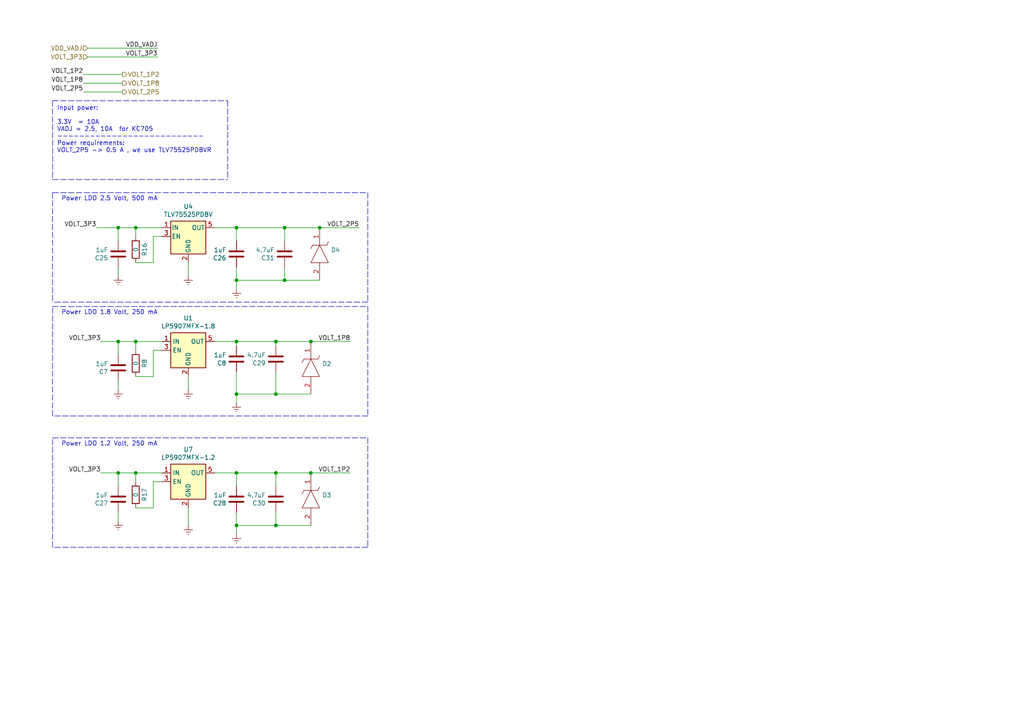
<source format=kicad_sch>
(kicad_sch (version 20211123) (generator eeschema)
  (paper "A4")
  (lib_symbols
    (symbol "FMC_MIPI_v2-rescue:Earth-power" (power) (pin_names (offset 0))
      (symbol "Earth-power_0_1"
        (polyline (pts (xy -0.635 -1.905) (xy 0.635 -1.905)))
        (polyline (pts (xy -0.127 -2.54) (xy 0.127 -2.54)))
        (polyline (pts (xy 0 -1.27) (xy 0 0)))
        (polyline (pts (xy 1.27 -1.27) (xy -1.27 -1.27)))
      )
      (symbol "Earth-power_1_1"
        (pin power_in line (at 0 0 270) (length 0) hide (name "Earth") (number "1"))
      )
    )
    (symbol "FMC_MIPI_v2-rescue:LP5907MFX-1.2-Regulator_Linear"
      (property "Reference" "U" (at -3.81 6.35 0))
      (property "Value" "LP5907MFX-1.2-Regulator_Linear" (at 6.35 6.35 0))
      (symbol "LP5907MFX-1.2-Regulator_Linear_0_1"
        (rectangle (start -5.08 -5.08) (end 5.08 5.08) (stroke (width 0.254)) (fill (type background)))
        (pin power_in line (at -7.62 2.54 0) (length 2.54) (name "IN") (number "1"))
        (pin power_in line (at 0 -7.62 90) (length 2.54) (name "GND") (number "2"))
        (pin input line (at -7.62 0 0) (length 2.54) (name "EN") (number "3"))
        (pin no_connect line (at 5.08 0 180) (length 2.54) hide (name "NC") (number "4"))
        (pin power_out line (at 7.62 2.54 180) (length 2.54) (name "OUT") (number "5"))
      )
    )
    (symbol "FMC_MIPI_v2-rescue:LP5907MFX-1.8-Regulator_Linear"
      (property "Reference" "U" (at -3.81 6.35 0))
      (property "Value" "LP5907MFX-1.8-Regulator_Linear" (at 6.35 6.35 0))
      (symbol "LP5907MFX-1.8-Regulator_Linear_0_1"
        (rectangle (start -5.08 -5.08) (end 5.08 5.08) (stroke (width 0.254)) (fill (type background)))
        (pin power_in line (at -7.62 2.54 0) (length 2.54) (name "IN") (number "1"))
        (pin power_in line (at 0 -7.62 90) (length 2.54) (name "GND") (number "2"))
        (pin input line (at -7.62 0 0) (length 2.54) (name "EN") (number "3"))
        (pin no_connect line (at 5.08 0 180) (length 2.54) hide (name "NC") (number "4"))
        (pin power_out line (at 7.62 2.54 180) (length 2.54) (name "OUT") (number "5"))
      )
    )
    (symbol "FMC_MIPI_v2-rescue:R-Device" (pin_numbers hide) (pin_names (offset 0))
      (property "Reference" "R" (at 2.032 0 90))
      (property "Value" "R-Device" (at 0 0 90))
      (symbol "R-Device_0_1"
        (rectangle (start -1.016 -2.54) (end 1.016 2.54) (stroke (width 0.254)))
      )
      (symbol "R-Device_1_1"
        (pin passive line (at 0 3.81 270) (length 1.27) (name "~") (number "1"))
        (pin passive line (at 0 -3.81 90) (length 1.27) (name "~") (number "2"))
      )
    )
    (symbol "FMC_MIPI_v2-rescue:TLV75525PDBV-Regulator_Linear" (pin_names (offset 0.254))
      (property "Reference" "U" (at -3.81 5.715 0))
      (property "Value" "TLV75525PDBV-Regulator_Linear" (at 0 5.715 0))
      (symbol "TLV75525PDBV-Regulator_Linear_0_1"
        (rectangle (start -5.08 4.445) (end 5.08 -5.08) (stroke (width 0.254)) (fill (type background)))
      )
      (symbol "TLV75525PDBV-Regulator_Linear_1_1"
        (pin power_in line (at -7.62 2.54 0) (length 2.54) (name "IN") (number "1"))
        (pin power_in line (at 0 -7.62 90) (length 2.54) (name "GND") (number "2"))
        (pin input line (at -7.62 0 0) (length 2.54) (name "EN") (number "3"))
        (pin no_connect line (at 5.08 0 180) (length 2.54) hide (name "NC") (number "4"))
        (pin power_out line (at 7.62 2.54 180) (length 2.54) (name "OUT") (number "5"))
      )
    )
    (symbol "FMC_MIPI_v2:C" (pin_numbers hide) (pin_names (offset 0.254))
      (property "Reference" "C" (at 0.635 2.54 0))
      (property "Value" "C" (at 0.635 -2.54 0))
      (symbol "C_0_1"
        (polyline (pts (xy -2.032 -0.762) (xy 2.032 -0.762)) (stroke (width 0.508)))
        (polyline (pts (xy -2.032 0.762) (xy 2.032 0.762)) (stroke (width 0.508)))
      )
      (symbol "C_1_1"
        (pin passive line (at 0 3.81 270) (length 2.794) (name "~") (number "1"))
        (pin passive line (at 0 -3.81 90) (length 2.794) (name "~") (number "2"))
      )
    )
    (symbol "FMC_MIPI_v2:UCLAMP0501H.TCT" (pin_names (offset 0.762))
      (property "Reference" "D" (at 10.16 8.89 0))
      (property "Value" "UCLAMP0501H.TCT" (at 10.16 6.35 0))
      (symbol "UCLAMP0501H.TCT_0_0"
        (pin passive line (at 0 0 0) (length 5.08) (name "~") (number "1"))
        (pin passive line (at 15.24 0 180) (length 5.08) (name "~") (number "2"))
      )
      (symbol "UCLAMP0501H.TCT_0_1"
        (polyline (pts (xy 4.064 2.54) (xy 5.08 2.032)) (stroke (width 0.1524)))
        (polyline (pts (xy 5.08 -2.032) (xy 5.08 2.032)) (stroke (width 0.1524)))
        (polyline (pts (xy 5.08 -2.032) (xy 6.096 -2.54)) (stroke (width 0.1524)))
        (polyline (pts (xy 5.08 0) (xy 10.16 2.54) (xy 10.16 -2.54) (xy 5.08 0)) (stroke (width 0.1524)))
      )
    )
  )
  (junction (at 82.55 81.28))
  (junction (at 39.37 137.16))
  (junction (at 34.29 137.16))
  (junction (at 90.17 99.06))
  (junction (at 90.17 137.16))
  (junction (at 82.55 66.04))
  (junction (at 80.01 99.06))
  (junction (at 80.01 137.16))
  (junction (at 68.58 99.06))
  (junction (at 34.29 66.04))
  (junction (at 68.58 152.4))
  (junction (at 34.29 99.06))
  (junction (at 68.58 81.28))
  (junction (at 80.01 114.3))
  (junction (at 68.58 137.16))
  (junction (at 92.71 66.04))
  (junction (at 39.37 99.06))
  (junction (at 68.58 114.3))
  (junction (at 80.01 152.4))
  (junction (at 39.37 66.04))
  (junction (at 68.58 66.04))
  (wire (pts (xy 39.37 76.2) (xy 44.45 76.2)))
  (wire (pts (xy 44.45 68.58) (xy 46.99 68.58)))
  (polyline (pts (xy 15.24 52.07) (xy 66.04 52.07)))
  (wire (pts (xy 45.72 13.97) (xy 25.4 13.97)))
  (wire (pts (xy 35.56 26.67) (xy 24.13 26.67)))
  (wire (pts (xy 39.37 137.16) (xy 39.37 139.7)))
  (wire (pts (xy 35.56 24.13) (xy 24.13 24.13)))
  (wire (pts (xy 82.55 69.85) (xy 82.55 66.04)))
  (wire (pts (xy 62.23 137.16) (xy 68.58 137.16)))
  (wire (pts (xy 82.55 77.47) (xy 82.55 81.28)))
  (wire (pts (xy 54.61 147.32) (xy 54.61 152.4)))
  (wire (pts (xy 68.58 137.16) (xy 80.01 137.16)))
  (polyline (pts (xy 15.24 55.88) (xy 106.68 55.88)))
  (wire (pts (xy 80.01 152.4) (xy 90.17 152.4)))
  (wire (pts (xy 68.58 66.04) (xy 82.55 66.04)))
  (polyline (pts (xy 66.04 29.21) (xy 66.04 52.07)))
  (wire (pts (xy 44.45 76.2) (xy 44.45 68.58)))
  (wire (pts (xy 45.72 16.51) (xy 25.4 16.51)))
  (polyline (pts (xy 15.24 120.65) (xy 15.24 88.9)))
  (wire (pts (xy 35.56 21.59) (xy 24.13 21.59)))
  (polyline (pts (xy 106.68 88.9) (xy 106.68 120.65)))
  (wire (pts (xy 39.37 66.04) (xy 39.37 68.58)))
  (wire (pts (xy 54.61 76.2) (xy 54.61 80.01)))
  (polyline (pts (xy 15.24 55.88) (xy 15.24 87.63)))
  (wire (pts (xy 68.58 114.3) (xy 68.58 116.84)))
  (wire (pts (xy 80.01 99.06) (xy 90.17 99.06)))
  (wire (pts (xy 92.71 66.04) (xy 104.14 66.04)))
  (wire (pts (xy 44.45 101.6) (xy 46.99 101.6)))
  (wire (pts (xy 80.01 140.97) (xy 80.01 137.16)))
  (wire (pts (xy 82.55 66.04) (xy 92.71 66.04)))
  (wire (pts (xy 44.45 109.22) (xy 44.45 101.6)))
  (wire (pts (xy 54.61 109.22) (xy 54.61 113.03)))
  (polyline (pts (xy 106.68 55.88) (xy 106.68 87.63)))
  (polyline (pts (xy 106.68 127) (xy 106.68 158.75)))
  (wire (pts (xy 90.17 99.06) (xy 101.6 99.06)))
  (wire (pts (xy 68.58 81.28) (xy 68.58 83.82)))
  (wire (pts (xy 34.29 77.47) (xy 34.29 80.01)))
  (wire (pts (xy 80.01 107.95) (xy 80.01 114.3)))
  (wire (pts (xy 34.29 66.04) (xy 39.37 66.04)))
  (wire (pts (xy 34.29 102.87) (xy 34.29 99.06)))
  (wire (pts (xy 68.58 152.4) (xy 68.58 154.94)))
  (polyline (pts (xy 106.68 120.65) (xy 15.24 120.65)))
  (wire (pts (xy 44.45 147.32) (xy 44.45 139.7)))
  (wire (pts (xy 68.58 140.97) (xy 68.58 137.16)))
  (polyline (pts (xy 15.24 127) (xy 106.68 127)))
  (wire (pts (xy 68.58 99.06) (xy 80.01 99.06)))
  (wire (pts (xy 34.29 99.06) (xy 39.37 99.06)))
  (wire (pts (xy 34.29 137.16) (xy 39.37 137.16)))
  (wire (pts (xy 80.01 114.3) (xy 90.17 114.3)))
  (wire (pts (xy 39.37 99.06) (xy 46.99 99.06)))
  (polyline (pts (xy 15.24 158.75) (xy 15.24 127)))
  (polyline (pts (xy 15.24 29.21) (xy 66.04 29.21)))
  (wire (pts (xy 62.23 66.04) (xy 68.58 66.04)))
  (wire (pts (xy 29.21 99.06) (xy 34.29 99.06)))
  (wire (pts (xy 34.29 110.49) (xy 34.29 113.03)))
  (wire (pts (xy 82.55 81.28) (xy 68.58 81.28)))
  (wire (pts (xy 82.55 81.28) (xy 92.71 81.28)))
  (polyline (pts (xy 15.24 88.9) (xy 106.68 88.9)))
  (wire (pts (xy 62.23 99.06) (xy 68.58 99.06)))
  (wire (pts (xy 39.37 66.04) (xy 46.99 66.04)))
  (wire (pts (xy 80.01 152.4) (xy 68.58 152.4)))
  (wire (pts (xy 68.58 69.85) (xy 68.58 66.04)))
  (wire (pts (xy 39.37 99.06) (xy 39.37 101.6)))
  (polyline (pts (xy 15.24 29.21) (xy 15.24 52.07)))
  (wire (pts (xy 44.45 139.7) (xy 46.99 139.7)))
  (polyline (pts (xy 106.68 158.75) (xy 15.24 158.75)))
  (wire (pts (xy 80.01 100.33) (xy 80.01 99.06)))
  (wire (pts (xy 34.29 69.85) (xy 34.29 66.04)))
  (wire (pts (xy 68.58 100.33) (xy 68.58 99.06)))
  (wire (pts (xy 39.37 137.16) (xy 46.99 137.16)))
  (wire (pts (xy 90.17 137.16) (xy 101.6 137.16)))
  (polyline (pts (xy 106.68 87.63) (xy 15.24 87.63)))
  (wire (pts (xy 80.01 114.3) (xy 68.58 114.3)))
  (wire (pts (xy 39.37 109.22) (xy 44.45 109.22)))
  (wire (pts (xy 80.01 148.59) (xy 80.01 152.4)))
  (wire (pts (xy 80.01 137.16) (xy 90.17 137.16)))
  (wire (pts (xy 68.58 148.59) (xy 68.58 152.4)))
  (wire (pts (xy 68.58 77.47) (xy 68.58 81.28)))
  (wire (pts (xy 39.37 147.32) (xy 44.45 147.32)))
  (wire (pts (xy 34.29 140.97) (xy 34.29 137.16)))
  (wire (pts (xy 29.21 137.16) (xy 34.29 137.16)))
  (wire (pts (xy 68.58 107.95) (xy 68.58 114.3)))
  (wire (pts (xy 27.94 66.04) (xy 34.29 66.04)))
  (wire (pts (xy 34.29 148.59) (xy 34.29 151.13)))
  (text "Power LDO 1.8 Volt, 250 mA" (at 17.78 91.44 0) (effects (font (size 1.27 1.27)) (justify left bottom)))
  (text "Power LDO 2.5 Volt, 500 mA" (at 17.78 58.42 0) (effects (font (size 1.27 1.27)) (justify left bottom)))
  (text "Input power:\n\n3.3V  = 10A\nVADJ = 2.5, 10A  for KC705\n---------------------------\nPower requirements: \nVOLT_2P5 -> 0.5 A , we use TLV75525PDBVR\n" (at 16.51 44.45 0) (effects (font (size 1.27 1.27)) (justify left bottom)))
  (text "Power LDO 1.2 Volt, 250 mA" (at 17.78 129.54 0) (effects (font (size 1.27 1.27)) (justify left bottom)))
  (label "VOLT_3P3" (at 45.72 16.51 180))
  (label "VOLT_1P8" (at 24.13 24.13 180))
  (label "VOLT_1P2" (at 24.13 21.59 180))
  (label "VOLT_1P8" (at 101.6 99.06 180))
  (label "VDD_VADJ" (at 45.72 13.97 180))
  (label "VOLT_1P2" (at 101.6 137.16 180))
  (label "VOLT_2P5" (at 24.13 26.67 180))
  (label "VOLT_3P3" (at 27.94 66.04 180))
  (label "VOLT_3P3" (at 29.21 137.16 180))
  (label "VOLT_2P5" (at 104.14 66.04 180))
  (label "VOLT_3P3" (at 29.21 99.06 180))
  (hierarchical_label "VOLT_2P5" (shape output) (at 35.56 26.67 0))
  (hierarchical_label "VOLT_1P2" (shape output) (at 35.56 21.59 0))
  (hierarchical_label "VOLT_1P8" (shape output) (at 35.56 24.13 0))
  (hierarchical_label "VDD_VADJ" (shape input) (at 25.4 13.97 180))
  (hierarchical_label "VOLT_3P3" (shape input) (at 25.4 16.51 180))
  (symbol (lib_id "FMC_MIPI_v2:UCLAMP0501H.TCT") (at 92.71 66.04 270) (unit 1)
    (property "Reference" "D4" (at 95.9612 72.4916 90) (effects (justify left)))
    (property "Value" "UCLAMP0501H.TCT" (effects hide))
    (property "Footprint" "Diodes_SMD:D_SOD-523" (effects hide))
    (property "Datasheet" "https://datasheet.datasheetarchive.com/originals/distributors/Datasheets-30/DSA-588575.pdf" (effects hide))
    (property "Description" "SEMTECH - UCLAMP0501H.TCT - TVS DIODE, 240W, 5V, SOD-523, FULL REEL" (effects hide))
    (property "Height" "0.7" (effects hide))
    (property "Mouser Part Number" "947-UCLAMP0501H.TCT" (effects hide))
    (property "Mouser Price/Stock" "https://www.mouser.co.uk/ProductDetail/Semtech/UCLAMP0501H.TCT?qs=rBWM4%252BvDhIf5bhuPjughFg%3D%3D" (effects hide))
    (property "Manufacturer_Name" "SEMTECH" (effects hide))
    (property "Manufacturer_Part_Number" "UCLAMP0501H.TCT" (effects hide))
  )
  (symbol (lib_id "FMC_MIPI_v2:C") (at 82.55 73.66 180) (unit 1)
    (property "Reference" "C31" (at 79.629 74.8284 0) (effects (justify left)))
    (property "Value" "4.7uF" (at 79.629 72.517 0) (effects (justify left)))
    (property "Footprint" "Capacitors_SMD:C_0805" (effects hide))
    (property "Datasheet" "https://www.mouser.com/ProductDetail/TDK/C2012X7R1H475K125AC?qs=P1JMDcb91o6brNyz9C%252BI3w%3D%3D" (effects hide))
    (property "Part Number" "C2012X7R1H475K125AC" (effects hide))
    (property "Tolerance" "10%" (effects hide))
    (property "Voltage" "25V" (effects hide))
  )
  (symbol (lib_id "FMC_MIPI_v2:UCLAMP0501H.TCT") (at 90.17 99.06 270) (unit 1)
    (property "Reference" "D2" (at 93.4212 105.5116 90) (effects (justify left)))
    (property "Value" "UCLAMP0501H.TCT" (effects hide))
    (property "Footprint" "Diodes_SMD:D_SOD-523" (effects hide))
    (property "Datasheet" "https://datasheet.datasheetarchive.com/originals/distributors/Datasheets-30/DSA-588575.pdf" (effects hide))
    (property "Description" "SEMTECH - UCLAMP0501H.TCT - TVS DIODE, 240W, 5V, SOD-523, FULL REEL" (effects hide))
    (property "Height" "0.7" (effects hide))
    (property "Mouser Part Number" "947-UCLAMP0501H.TCT" (effects hide))
    (property "Mouser Price/Stock" "https://www.mouser.co.uk/ProductDetail/Semtech/UCLAMP0501H.TCT?qs=rBWM4%252BvDhIf5bhuPjughFg%3D%3D" (effects hide))
    (property "Manufacturer_Name" "SEMTECH" (effects hide))
    (property "Manufacturer_Part_Number" "UCLAMP0501H.TCT" (effects hide))
  )
  (symbol (lib_id "FMC_MIPI_v2:C") (at 80.01 104.14 180) (unit 1)
    (property "Reference" "C29" (at 77.089 105.3084 0) (effects (justify left)))
    (property "Value" "4.7uF" (at 77.089 102.997 0) (effects (justify left)))
    (property "Footprint" "Capacitors_SMD:C_0805" (effects hide))
    (property "Datasheet" "https://www.mouser.com/ProductDetail/TDK/C2012X7R1H475K125AC?qs=P1JMDcb91o6brNyz9C%252BI3w%3D%3D" (effects hide))
    (property "Part Number" "C2012X7R1H475K125AC" (effects hide))
    (property "Tolerance" "10%" (effects hide))
    (property "Voltage" "25V" (effects hide))
  )
  (symbol (lib_id "FMC_MIPI_v2:UCLAMP0501H.TCT") (at 90.17 137.16 270) (unit 1)
    (property "Reference" "D3" (at 93.4212 143.6116 90) (effects (justify left)))
    (property "Value" "UCLAMP0501H.TCT" (effects hide))
    (property "Footprint" "Diodes_SMD:D_SOD-523" (effects hide))
    (property "Datasheet" "https://datasheet.datasheetarchive.com/originals/distributors/Datasheets-30/DSA-588575.pdf" (effects hide))
    (property "Description" "SEMTECH - UCLAMP0501H.TCT - TVS DIODE, 240W, 5V, SOD-523, FULL REEL" (effects hide))
    (property "Height" "0.7" (effects hide))
    (property "Mouser Part Number" "947-UCLAMP0501H.TCT" (effects hide))
    (property "Mouser Price/Stock" "https://www.mouser.co.uk/ProductDetail/Semtech/UCLAMP0501H.TCT?qs=rBWM4%252BvDhIf5bhuPjughFg%3D%3D" (effects hide))
    (property "Manufacturer_Name" "SEMTECH" (effects hide))
    (property "Manufacturer_Part_Number" "UCLAMP0501H.TCT" (effects hide))
  )
  (symbol (lib_id "FMC_MIPI_v2:C") (at 80.01 144.78 180) (unit 1)
    (property "Reference" "C30" (at 77.089 145.9484 0) (effects (justify left)))
    (property "Value" "4.7uF" (at 77.089 143.637 0) (effects (justify left)))
    (property "Footprint" "Capacitors_SMD:C_0805" (effects hide))
    (property "Datasheet" "https://www.mouser.com/ProductDetail/TDK/C2012X7R1H475K125AC?qs=P1JMDcb91o6brNyz9C%252BI3w%3D%3D" (effects hide))
    (property "Part Number" "C2012X7R1H475K125AC" (effects hide))
    (property "Tolerance" "10%" (effects hide))
    (property "Voltage" "25V" (effects hide))
  )
  (symbol (lib_id "FMC_MIPI_v2-rescue:Earth-power") (at 54.61 80.01 0) (unit 1)
    (property "Reference" "#PWR0149" (effects hide))
    (property "Value" "Earth" (effects hide))
  )
  (symbol (lib_id "FMC_MIPI_v2:C") (at 68.58 73.66 180) (unit 1)
    (property "Reference" "C26" (at 65.659 74.8284 0) (effects (justify left)))
    (property "Value" "1uF" (at 65.659 72.517 0) (effects (justify left)))
    (property "Footprint" "Capacitors_SMD:C_0805" (effects hide))
    (property "Datasheet" "https://www.mouser.com/ProductDetail/Taiyo-Yuden/UMK212B7105KG-T?qs=PzICbMaShUdi76GLXMVYcA%3D%3D" (effects hide))
    (property "Part Number" "UMK212B7105KG-T" (effects hide))
    (property "Tolerance" "10%" (effects hide))
    (property "Voltage" "50 VDC" (effects hide))
  )
  (symbol (lib_id "FMC_MIPI_v2:C") (at 34.29 73.66 180) (unit 1)
    (property "Reference" "C25" (at 31.369 74.8284 0) (effects (justify left)))
    (property "Value" "1uF" (at 31.369 72.517 0) (effects (justify left)))
    (property "Footprint" "Capacitors_SMD:C_0805" (effects hide))
    (property "Datasheet" "https://www.mouser.com/ProductDetail/Taiyo-Yuden/UMK212B7105KG-T?qs=PzICbMaShUdi76GLXMVYcA%3D%3D" (effects hide))
    (property "Part Number" "UMK212B7105KG-T" (effects hide))
    (property "Tolerance" "10%" (effects hide))
    (property "Voltage" "50 VDC" (effects hide))
  )
  (symbol (lib_id "FMC_MIPI_v2-rescue:Earth-power") (at 34.29 80.01 0) (unit 1)
    (property "Reference" "#PWR0150" (effects hide))
    (property "Value" "Earth" (effects hide))
  )
  (symbol (lib_id "FMC_MIPI_v2-rescue:Earth-power") (at 68.58 83.82 0) (unit 1)
    (property "Reference" "#PWR0151" (effects hide))
    (property "Value" "Earth" (effects hide))
  )
  (symbol (lib_id "FMC_MIPI_v2-rescue:R-Device") (at 39.37 72.39 0) (mirror y) (unit 1)
    (property "Reference" "R16" (at 41.91 72.39 90))
    (property "Value" "0" (at 39.37 72.39 90))
    (property "Footprint" "Resistors_SMD:R_0805" (effects hide))
    (property "Datasheet" "https://www.mouser.com/ProductDetail/YAGEO/RC0805JR-070RL?qs=3ldFlDWnkKyEhdaPjQHEFA%3D%3D" (effects hide))
    (property "Tolerance" "5%" (effects hide))
    (property "Power" "1/8W" (effects hide))
    (property "Part Number" "RC0805JR-070RL" (effects hide))
  )
  (symbol (lib_id "FMC_MIPI_v2-rescue:TLV75525PDBV-Regulator_Linear") (at 54.61 68.58 0) (unit 1)
    (property "Reference" "U4" (at 54.61 59.8932 0))
    (property "Value" "TLV75525PDBV" (at 54.61 62.2046 0))
    (property "Footprint" "TO_SOT_Packages_SMD:SOT-23-5" (effects hide))
    (property "Datasheet" "http://www.ti.com/lit/ds/symlink/tlv755p.pdf" (effects hide))
  )
  (symbol (lib_id "FMC_MIPI_v2-rescue:LP5907MFX-1.8-Regulator_Linear") (at 54.61 101.6 0) (unit 1)
    (property "Reference" "U1" (at 54.61 92.2782 0))
    (property "Value" "LP5907MFX-1.8" (at 54.61 94.5896 0))
    (property "Footprint" "TO_SOT_Packages_SMD:SOT-23-5" (effects hide))
    (property "Datasheet" "https://www.mouser.com/ProductDetail/Texas-Instruments/LP5907MFX-1.8-NOPB?qs=biyDIajrTn5jh5ArkSZeqw%3D%3D" (effects hide))
    (property "Part number" "LP5907MFX-1.8/NOPB" (effects hide))
  )
  (symbol (lib_id "FMC_MIPI_v2-rescue:Earth-power") (at 54.61 113.03 0) (unit 1)
    (property "Reference" "#PWR0134" (effects hide))
    (property "Value" "Earth" (effects hide))
  )
  (symbol (lib_id "FMC_MIPI_v2:C") (at 68.58 104.14 180) (unit 1)
    (property "Reference" "C8" (at 65.659 105.3084 0) (effects (justify left)))
    (property "Value" "1uF" (at 65.659 102.997 0) (effects (justify left)))
    (property "Footprint" "Capacitors_SMD:C_0805" (effects hide))
    (property "Datasheet" "https://www.mouser.com/ProductDetail/Taiyo-Yuden/UMK212B7105KG-T?qs=PzICbMaShUdi76GLXMVYcA%3D%3D" (effects hide))
    (property "Part Number" "UMK212B7105KG-T" (effects hide))
    (property "Tolerance" "10%" (effects hide))
    (property "Voltage" "50 VDC" (effects hide))
  )
  (symbol (lib_id "FMC_MIPI_v2:C") (at 34.29 106.68 180) (unit 1)
    (property "Reference" "C7" (at 31.369 107.8484 0) (effects (justify left)))
    (property "Value" "1uF" (at 31.369 105.537 0) (effects (justify left)))
    (property "Footprint" "Capacitors_SMD:C_0805" (effects hide))
    (property "Datasheet" "https://www.mouser.com/ProductDetail/Taiyo-Yuden/UMK212B7105KG-T?qs=PzICbMaShUdi76GLXMVYcA%3D%3D" (effects hide))
    (property "Part Number" "UMK212B7105KG-T" (effects hide))
    (property "Tolerance" "10%" (effects hide))
    (property "Voltage" "50 VDC" (effects hide))
  )
  (symbol (lib_id "FMC_MIPI_v2-rescue:Earth-power") (at 34.29 113.03 0) (unit 1)
    (property "Reference" "#PWR0135" (effects hide))
    (property "Value" "Earth" (effects hide))
  )
  (symbol (lib_id "FMC_MIPI_v2-rescue:Earth-power") (at 68.58 116.84 0) (unit 1)
    (property "Reference" "#PWR0136" (effects hide))
    (property "Value" "Earth" (effects hide))
  )
  (symbol (lib_id "FMC_MIPI_v2-rescue:R-Device") (at 39.37 105.41 0) (mirror y) (unit 1)
    (property "Reference" "R8" (at 41.91 105.41 90))
    (property "Value" "0" (at 39.37 105.41 90))
    (property "Footprint" "Resistors_SMD:R_0805" (effects hide))
    (property "Datasheet" "https://www.mouser.com/ProductDetail/YAGEO/RC0805JR-070RL?qs=3ldFlDWnkKyEhdaPjQHEFA%3D%3D" (effects hide))
    (property "Tolerance" "5%" (effects hide))
    (property "Power" "1/8W" (effects hide))
    (property "Part Number" "RC0805JR-070RL" (effects hide))
  )
  (symbol (lib_id "FMC_MIPI_v2-rescue:LP5907MFX-1.2-Regulator_Linear") (at 54.61 139.7 0) (unit 1)
    (property "Reference" "U7" (at 54.61 130.3782 0))
    (property "Value" "LP5907MFX-1.2" (at 54.61 132.6896 0))
    (property "Footprint" "TO_SOT_Packages_SMD:SOT-23-5" (effects hide))
    (property "Datasheet" "http://www.ti.com/lit/ds/symlink/lp5907.pdf" (effects hide))
  )
  (symbol (lib_id "FMC_MIPI_v2-rescue:Earth-power") (at 54.61 152.4 0) (unit 1)
    (property "Reference" "#PWR0152" (effects hide))
    (property "Value" "Earth" (effects hide))
  )
  (symbol (lib_id "FMC_MIPI_v2:C") (at 68.58 144.78 180) (unit 1)
    (property "Reference" "C28" (at 65.659 145.9484 0) (effects (justify left)))
    (property "Value" "1uF" (at 65.659 143.637 0) (effects (justify left)))
    (property "Footprint" "Capacitors_SMD:C_0805" (effects hide))
    (property "Datasheet" "https://www.mouser.com/ProductDetail/Taiyo-Yuden/UMK212B7105KG-T?qs=PzICbMaShUdi76GLXMVYcA%3D%3D" (effects hide))
    (property "Part Number" "UMK212B7105KG-T" (effects hide))
    (property "Tolerance" "10%" (effects hide))
    (property "Voltage" "50 VDC" (effects hide))
  )
  (symbol (lib_id "FMC_MIPI_v2:C") (at 34.29 144.78 180) (unit 1)
    (property "Reference" "C27" (at 31.369 145.9484 0) (effects (justify left)))
    (property "Value" "1uF" (at 31.369 143.637 0) (effects (justify left)))
    (property "Footprint" "Capacitors_SMD:C_0805" (effects hide))
    (property "Datasheet" "https://www.mouser.com/ProductDetail/Taiyo-Yuden/UMK212B7105KG-T?qs=PzICbMaShUdi76GLXMVYcA%3D%3D" (effects hide))
    (property "Part Number" "UMK212B7105KG-T" (effects hide))
    (property "Tolerance" "10%" (effects hide))
    (property "Voltage" "50 VDC" (effects hide))
  )
  (symbol (lib_id "FMC_MIPI_v2-rescue:Earth-power") (at 34.29 151.13 0) (unit 1)
    (property "Reference" "#PWR0153" (effects hide))
    (property "Value" "Earth" (effects hide))
  )
  (symbol (lib_id "FMC_MIPI_v2-rescue:Earth-power") (at 68.58 154.94 0) (unit 1)
    (property "Reference" "#PWR0154" (effects hide))
    (property "Value" "Earth" (effects hide))
  )
  (symbol (lib_id "FMC_MIPI_v2-rescue:R-Device") (at 39.37 143.51 0) (mirror y) (unit 1)
    (property "Reference" "R17" (at 41.91 143.51 90))
    (property "Value" "0" (at 39.37 143.51 90))
    (property "Footprint" "Resistors_SMD:R_0805" (effects hide))
    (property "Datasheet" "https://www.mouser.com/ProductDetail/YAGEO/RC0805JR-070RL?qs=3ldFlDWnkKyEhdaPjQHEFA%3D%3D" (effects hide))
    (property "Tolerance" "5%" (effects hide))
    (property "Power" "1/8W" (effects hide))
    (property "Part Number" "RC0805JR-070RL" (effects hide))
  )
)
</source>
